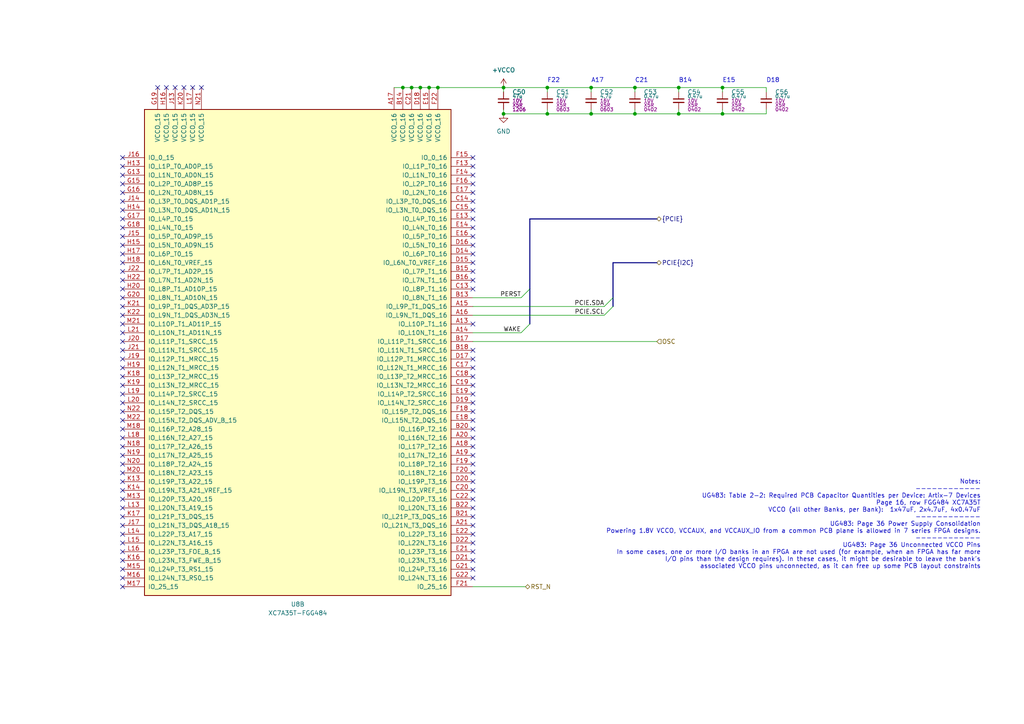
<source format=kicad_sch>
(kicad_sch (version 20230121) (generator eeschema)
  (paper "A4")
  (title_block (title "PCIeDMA") (date "2023-02-14") (rev "1"))
  (lib_symbols
    (symbol "Device:C_Small" (pin_numbers hide) (pin_names (offset 0.254) hide)
      (property "Reference" "C" (at 0.254 1.778 0))
      (property "Value" "C_Small" (at 0.254 -2.032 0))
      (symbol "C_Small_0_1"
        (polyline (pts (xy -1.524 -0.508) (xy 1.524 -0.508)) (stroke (width 0.3302)))
        (polyline (pts (xy -1.524 0.508) (xy 1.524 0.508)) (stroke (width 0.3048)))
      )
      (symbol "C_Small_1_1"
        (pin passive line (at 0 2.54 270) (length 2.032) (name "~") (number "1"))
        (pin passive line (at 0 -2.54 90) (length 2.032) (name "~") (number "2"))
      )
    )
    (symbol "FPGA_Xilinx_Artix7:XC7A35T-FGG484" (pin_names (offset 1.016))
      (property "Reference" "U" (at 0 1.27 0))
      (property "Value" "XC7A35T-FGG484" (at 0 -1.27 0))
      (symbol "XC7A35T-FGG484_1_1"
        (rectangle (start -44.45 67.31) (end 44.45 -73.66) (stroke (width 0.254)) (fill (type background)))
        (pin power_in line (at -40.64 73.66 270) (length 6.35) (name "VCCO_13") (number "AA17"))
        (pin bidirectional line (at 50.8 -30.48 180) (length 6.35) (name "IO_L17P_T2_A14_D30_14") (number "AA18"))
        (pin bidirectional line (at 50.8 -20.32 180) (length 6.35) (name "IO_L15P_T2_DQS_RDWR_B_14") (number "AA19"))
        (pin bidirectional line (at 50.8 15.24 180) (length 6.35) (name "IO_L8P_T1_D11_14") (number "AA20"))
        (pin bidirectional line (at 50.8 12.7 180) (length 6.35) (name "IO_L8N_T1_D12_14") (number "AA21"))
        (pin power_in line (at -38.1 73.66 270) (length 6.35) (name "VCCO_13") (number "AB14"))
        (pin bidirectional line (at 50.8 -33.02 180) (length 6.35) (name "IO_L17N_T2_A13_D29_14") (number "AB18"))
        (pin bidirectional line (at 50.8 -22.86 180) (length 6.35) (name "IO_L15N_T2_DQS_DOUT_CSO_B_14") (number "AB20"))
        (pin bidirectional line (at 50.8 5.08 180) (length 6.35) (name "IO_L10P_T1_D14_14") (number "AB21"))
        (pin bidirectional line (at 50.8 2.54 180) (length 6.35) (name "IO_L10N_T1_D15_14") (number "AB22"))
        (pin power_in line (at 27.94 73.66 270) (length 6.35) (name "VCCO_14") (number "M14"))
        (pin bidirectional line (at 50.8 -60.96 180) (length 6.35) (name "IO_L23P_T3_A03_D19_14") (number "N13"))
        (pin bidirectional line (at 50.8 -63.5 180) (length 6.35) (name "IO_L23N_T3_A02_D18_14") (number "N14"))
        (pin bidirectional line (at 50.8 -71.12 180) (length 6.35) (name "IO_25_14") (number "N15"))
        (pin bidirectional line (at 50.8 -50.8 180) (length 6.35) (name "IO_L21P_T3_DQS_14") (number "N17"))
        (pin bidirectional line (at 50.8 -40.64 180) (length 6.35) (name "IO_L19P_T3_A10_D26_14") (number "P14"))
        (pin bidirectional line (at 50.8 -55.88 180) (length 6.35) (name "IO_L22P_T3_A05_D21_14") (number "P15"))
        (pin bidirectional line (at 50.8 -66.04 180) (length 6.35) (name "IO_L24P_T3_A01_D17_14") (number "P16"))
        (pin bidirectional line (at 50.8 -53.34 180) (length 6.35) (name "IO_L21N_T3_DQS_A06_D22_14") (number "P17"))
        (pin power_in line (at 30.48 73.66 270) (length 6.35) (name "VCCO_14") (number "P18"))
        (pin bidirectional line (at 50.8 30.48 180) (length 6.35) (name "IO_L5P_T0_D06_14") (number "P19"))
        (pin bidirectional line (at 50.8 53.34 180) (length 6.35) (name "IO_0_14") (number "P20"))
        (pin bidirectional line (at 50.8 45.72 180) (length 6.35) (name "IO_L2P_T0_D02_14") (number "P21"))
        (pin bidirectional line (at 50.8 50.8 180) (length 6.35) (name "IO_L1P_T0_D00_MOSI_14") (number "P22"))
        (pin bidirectional line (at 50.8 -43.18 180) (length 6.35) (name "IO_L19N_T3_A09_D25_VREF_14") (number "R14"))
        (pin power_in line (at 33.02 73.66 270) (length 6.35) (name "VCCO_14") (number "R15"))
        (pin bidirectional line (at 50.8 -58.42 180) (length 6.35) (name "IO_L22N_T3_A04_D20_14") (number "R16"))
        (pin bidirectional line (at 50.8 -68.58 180) (length 6.35) (name "IO_L24N_T3_A00_D16_14") (number "R17"))
        (pin bidirectional line (at 50.8 -45.72 180) (length 6.35) (name "IO_L20P_T3_A08_D24_14") (number "R18"))
        (pin bidirectional line (at 50.8 27.94 180) (length 6.35) (name "IO_L5N_T0_D07_14") (number "R19"))
        (pin bidirectional line (at 50.8 43.18 180) (length 6.35) (name "IO_L2N_T0_D03_14") (number "R21"))
        (pin bidirectional line (at 50.8 48.26 180) (length 6.35) (name "IO_L1N_T0_D01_DIN_14") (number "R22"))
        (pin bidirectional line (at 50.8 -48.26 180) (length 6.35) (name "IO_L20N_T3_A07_D23_14") (number "T18"))
        (pin bidirectional line (at 50.8 25.4 180) (length 6.35) (name "IO_L6P_T0_FCS_B_14") (number "T19"))
        (pin bidirectional line (at 50.8 22.86 180) (length 6.35) (name "IO_L6N_T0_D08_VREF_14") (number "T20"))
        (pin bidirectional line (at 50.8 35.56 180) (length 6.35) (name "IO_L4P_T0_D04_14") (number "T21"))
        (pin power_in line (at 35.56 73.66 270) (length 6.35) (name "VCCO_14") (number "T22"))
        (pin bidirectional line (at 50.8 -35.56 180) (length 6.35) (name "IO_L18P_T2_A12_D28_14") (number "U17"))
        (pin bidirectional line (at 50.8 -38.1 180) (length 6.35) (name "IO_L18N_T2_A11_D27_14") (number "U18"))
        (pin power_in line (at 38.1 73.66 270) (length 6.35) (name "VCCO_14") (number "U19"))
        (pin bidirectional line (at 50.8 0 180) (length 6.35) (name "IO_L11P_T1_SRCC_14") (number "U20"))
        (pin bidirectional line (at 50.8 33.02 180) (length 6.35) (name "IO_L4N_T0_D05_14") (number "U21"))
        (pin bidirectional line (at 50.8 40.64 180) (length 6.35) (name "IO_L3P_T0_DQS_PUDC_B_14") (number "U22"))
        (pin power_in line (at -35.56 73.66 270) (length 6.35) (name "VCCO_13") (number "V16"))
        (pin bidirectional line (at 50.8 -25.4 180) (length 6.35) (name "IO_L16P_T2_CSI_B_14") (number "V17"))
        (pin bidirectional line (at 50.8 -15.24 180) (length 6.35) (name "IO_L14P_T2_SRCC_14") (number "V18"))
        (pin bidirectional line (at 50.8 -17.78 180) (length 6.35) (name "IO_L14N_T2_SRCC_14") (number "V19"))
        (pin bidirectional line (at 50.8 -2.54 180) (length 6.35) (name "IO_L11N_T1_SRCC_14") (number "V20"))
        (pin bidirectional line (at 50.8 38.1 180) (length 6.35) (name "IO_L3N_T0_DQS_EMCCLK_14") (number "V22"))
        (pin power_in line (at -33.02 73.66 270) (length 6.35) (name "VCCO_13") (number "W13"))
        (pin bidirectional line (at 50.8 -27.94 180) (length 6.35) (name "IO_L16N_T2_A15_D31_14") (number "W17"))
        (pin bidirectional line (at 50.8 -5.08 180) (length 6.35) (name "IO_L12P_T1_MRCC_14") (number "W19"))
        (pin bidirectional line (at 50.8 -7.62 180) (length 6.35) (name "IO_L12N_T1_MRCC_14") (number "W20"))
        (pin bidirectional line (at 50.8 20.32 180) (length 6.35) (name "IO_L7P_T1_D09_14") (number "W21"))
        (pin bidirectional line (at 50.8 17.78 180) (length 6.35) (name "IO_L7N_T1_D10_14") (number "W22"))
        (pin power_in line (at -30.48 73.66 270) (length 6.35) (name "VCCO_13") (number "Y10"))
        (pin bidirectional line (at 50.8 -10.16 180) (length 6.35) (name "IO_L13P_T2_MRCC_14") (number "Y18"))
        (pin bidirectional line (at 50.8 -12.7 180) (length 6.35) (name "IO_L13N_T2_MRCC_14") (number "Y19"))
        (pin power_in line (at 40.64 73.66 270) (length 6.35) (name "VCCO_14") (number "Y20"))
        (pin bidirectional line (at 50.8 10.16 180) (length 6.35) (name "IO_L9P_T1_DQS_14") (number "Y21"))
        (pin bidirectional line (at 50.8 7.62 180) (length 6.35) (name "IO_L9N_T1_DQS_D13_14") (number "Y22"))
      )
      (symbol "XC7A35T-FGG484_2_1"
        (rectangle (start -44.45 67.31) (end 44.45 -73.66) (stroke (width 0.254)) (fill (type background)))
        (pin bidirectional line (at 50.8 5.08 180) (length 6.35) (name "IO_L10P_T1_16") (number "A13"))
        (pin bidirectional line (at 50.8 2.54 180) (length 6.35) (name "IO_L10N_T1_16") (number "A14"))
        (pin bidirectional line (at 50.8 10.16 180) (length 6.35) (name "IO_L9P_T1_DQS_16") (number "A15"))
        (pin bidirectional line (at 50.8 7.62 180) (length 6.35) (name "IO_L9N_T1_DQS_16") (number "A16"))
        (pin power_in line (at 27.94 73.66 270) (length 6.35) (name "VCCO_16") (number "A17"))
        (pin bidirectional line (at 50.8 -30.48 180) (length 6.35) (name "IO_L17P_T2_16") (number "A18"))
        (pin bidirectional line (at 50.8 -33.02 180) (length 6.35) (name "IO_L17N_T2_16") (number "A19"))
        (pin bidirectional line (at 50.8 -27.94 180) (length 6.35) (name "IO_L16N_T2_16") (number "A20"))
        (pin bidirectional line (at 50.8 -53.34 180) (length 6.35) (name "IO_L21N_T3_DQS_16") (number "A21"))
        (pin bidirectional line (at 50.8 12.7 180) (length 6.35) (name "IO_L8N_T1_16") (number "B13"))
        (pin power_in line (at 30.48 73.66 270) (length 6.35) (name "VCCO_16") (number "B14"))
        (pin bidirectional line (at 50.8 20.32 180) (length 6.35) (name "IO_L7P_T1_16") (number "B15"))
        (pin bidirectional line (at 50.8 17.78 180) (length 6.35) (name "IO_L7N_T1_16") (number "B16"))
        (pin bidirectional line (at 50.8 0 180) (length 6.35) (name "IO_L11P_T1_SRCC_16") (number "B17"))
        (pin bidirectional line (at 50.8 -2.54 180) (length 6.35) (name "IO_L11N_T1_SRCC_16") (number "B18"))
        (pin bidirectional line (at 50.8 -25.4 180) (length 6.35) (name "IO_L16P_T2_16") (number "B20"))
        (pin bidirectional line (at 50.8 -50.8 180) (length 6.35) (name "IO_L21P_T3_DQS_16") (number "B21"))
        (pin bidirectional line (at 50.8 -48.26 180) (length 6.35) (name "IO_L20N_T3_16") (number "B22"))
        (pin bidirectional line (at 50.8 15.24 180) (length 6.35) (name "IO_L8P_T1_16") (number "C13"))
        (pin bidirectional line (at 50.8 40.64 180) (length 6.35) (name "IO_L3P_T0_DQS_16") (number "C14"))
        (pin bidirectional line (at 50.8 38.1 180) (length 6.35) (name "IO_L3N_T0_DQS_16") (number "C15"))
        (pin bidirectional line (at 50.8 -7.62 180) (length 6.35) (name "IO_L12N_T1_MRCC_16") (number "C17"))
        (pin bidirectional line (at 50.8 -10.16 180) (length 6.35) (name "IO_L13P_T2_MRCC_16") (number "C18"))
        (pin bidirectional line (at 50.8 -12.7 180) (length 6.35) (name "IO_L13N_T2_MRCC_16") (number "C19"))
        (pin bidirectional line (at 50.8 -43.18 180) (length 6.35) (name "IO_L19N_T3_VREF_16") (number "C20"))
        (pin power_in line (at 33.02 73.66 270) (length 6.35) (name "VCCO_16") (number "C21"))
        (pin bidirectional line (at 50.8 -45.72 180) (length 6.35) (name "IO_L20P_T3_16") (number "C22"))
        (pin bidirectional line (at 50.8 25.4 180) (length 6.35) (name "IO_L6P_T0_16") (number "D14"))
        (pin bidirectional line (at 50.8 22.86 180) (length 6.35) (name "IO_L6N_T0_VREF_16") (number "D15"))
        (pin bidirectional line (at 50.8 27.94 180) (length 6.35) (name "IO_L5N_T0_16") (number "D16"))
        (pin bidirectional line (at 50.8 -5.08 180) (length 6.35) (name "IO_L12P_T1_MRCC_16") (number "D17"))
        (pin power_in line (at 35.56 73.66 270) (length 6.35) (name "VCCO_16") (number "D18"))
        (pin bidirectional line (at 50.8 -17.78 180) (length 6.35) (name "IO_L14N_T2_SRCC_16") (number "D19"))
        (pin bidirectional line (at 50.8 -40.64 180) (length 6.35) (name "IO_L19P_T3_16") (number "D20"))
        (pin bidirectional line (at 50.8 -63.5 180) (length 6.35) (name "IO_L23N_T3_16") (number "D21"))
        (pin bidirectional line (at 50.8 -58.42 180) (length 6.35) (name "IO_L22N_T3_16") (number "D22"))
        (pin bidirectional line (at 50.8 35.56 180) (length 6.35) (name "IO_L4P_T0_16") (number "E13"))
        (pin bidirectional line (at 50.8 33.02 180) (length 6.35) (name "IO_L4N_T0_16") (number "E14"))
        (pin power_in line (at 38.1 73.66 270) (length 6.35) (name "VCCO_16") (number "E15"))
        (pin bidirectional line (at 50.8 30.48 180) (length 6.35) (name "IO_L5P_T0_16") (number "E16"))
        (pin bidirectional line (at 50.8 43.18 180) (length 6.35) (name "IO_L2N_T0_16") (number "E17"))
        (pin bidirectional line (at 50.8 -22.86 180) (length 6.35) (name "IO_L15N_T2_DQS_16") (number "E18"))
        (pin bidirectional line (at 50.8 -15.24 180) (length 6.35) (name "IO_L14P_T2_SRCC_16") (number "E19"))
        (pin bidirectional line (at 50.8 -60.96 180) (length 6.35) (name "IO_L23P_T3_16") (number "E21"))
        (pin bidirectional line (at 50.8 -55.88 180) (length 6.35) (name "IO_L22P_T3_16") (number "E22"))
        (pin bidirectional line (at 50.8 50.8 180) (length 6.35) (name "IO_L1P_T0_16") (number "F13"))
        (pin bidirectional line (at 50.8 48.26 180) (length 6.35) (name "IO_L1N_T0_16") (number "F14"))
        (pin bidirectional line (at 50.8 53.34 180) (length 6.35) (name "IO_0_16") (number "F15"))
        (pin bidirectional line (at 50.8 45.72 180) (length 6.35) (name "IO_L2P_T0_16") (number "F16"))
        (pin bidirectional line (at 50.8 -20.32 180) (length 6.35) (name "IO_L15P_T2_DQS_16") (number "F18"))
        (pin bidirectional line (at 50.8 -35.56 180) (length 6.35) (name "IO_L18P_T2_16") (number "F19"))
        (pin bidirectional line (at 50.8 -38.1 180) (length 6.35) (name "IO_L18N_T2_16") (number "F20"))
        (pin bidirectional line (at 50.8 -71.12 180) (length 6.35) (name "IO_25_16") (number "F21"))
        (pin power_in line (at 40.64 73.66 270) (length 6.35) (name "VCCO_16") (number "F22"))
        (pin bidirectional line (at -50.8 48.26 0) (length 6.35) (name "IO_L1N_T0_AD0N_15") (number "G13"))
        (pin bidirectional line (at -50.8 45.72 0) (length 6.35) (name "IO_L2P_T0_AD8P_15") (number "G15"))
        (pin bidirectional line (at -50.8 43.18 0) (length 6.35) (name "IO_L2N_T0_AD8N_15") (number "G16"))
        (pin bidirectional line (at -50.8 35.56 0) (length 6.35) (name "IO_L4P_T0_15") (number "G17"))
        (pin bidirectional line (at -50.8 33.02 0) (length 6.35) (name "IO_L4N_T0_15") (number "G18"))
        (pin power_in line (at -40.64 73.66 270) (length 6.35) (name "VCCO_15") (number "G19"))
        (pin bidirectional line (at -50.8 12.7 0) (length 6.35) (name "IO_L8N_T1_AD10N_15") (number "G20"))
        (pin bidirectional line (at 50.8 -66.04 180) (length 6.35) (name "IO_L24P_T3_16") (number "G21"))
        (pin bidirectional line (at 50.8 -68.58 180) (length 6.35) (name "IO_L24N_T3_16") (number "G22"))
        (pin bidirectional line (at -50.8 50.8 0) (length 6.35) (name "IO_L1P_T0_AD0P_15") (number "H13"))
        (pin bidirectional line (at -50.8 38.1 0) (length 6.35) (name "IO_L3N_T0_DQS_AD1N_15") (number "H14"))
        (pin bidirectional line (at -50.8 27.94 0) (length 6.35) (name "IO_L5N_T0_AD9N_15") (number "H15"))
        (pin power_in line (at -38.1 73.66 270) (length 6.35) (name "VCCO_15") (number "H16"))
        (pin bidirectional line (at -50.8 25.4 0) (length 6.35) (name "IO_L6P_T0_15") (number "H17"))
        (pin bidirectional line (at -50.8 22.86 0) (length 6.35) (name "IO_L6N_T0_VREF_15") (number "H18"))
        (pin bidirectional line (at -50.8 -7.62 0) (length 6.35) (name "IO_L12N_T1_MRCC_15") (number "H19"))
        (pin bidirectional line (at -50.8 15.24 0) (length 6.35) (name "IO_L8P_T1_AD10P_15") (number "H20"))
        (pin bidirectional line (at -50.8 17.78 0) (length 6.35) (name "IO_L7N_T1_AD2N_15") (number "H22"))
        (pin power_in line (at -35.56 73.66 270) (length 6.35) (name "VCCO_15") (number "J13"))
        (pin bidirectional line (at -50.8 40.64 0) (length 6.35) (name "IO_L3P_T0_DQS_AD1P_15") (number "J14"))
        (pin bidirectional line (at -50.8 30.48 0) (length 6.35) (name "IO_L5P_T0_AD9P_15") (number "J15"))
        (pin bidirectional line (at -50.8 53.34 0) (length 6.35) (name "IO_0_15") (number "J16"))
        (pin bidirectional line (at -50.8 -53.34 0) (length 6.35) (name "IO_L21N_T3_DQS_A18_15") (number "J17"))
        (pin bidirectional line (at -50.8 -5.08 0) (length 6.35) (name "IO_L12P_T1_MRCC_15") (number "J19"))
        (pin bidirectional line (at -50.8 0 0) (length 6.35) (name "IO_L11P_T1_SRCC_15") (number "J20"))
        (pin bidirectional line (at -50.8 -2.54 0) (length 6.35) (name "IO_L11N_T1_SRCC_15") (number "J21"))
        (pin bidirectional line (at -50.8 20.32 0) (length 6.35) (name "IO_L7P_T1_AD2P_15") (number "J22"))
        (pin bidirectional line (at -50.8 -40.64 0) (length 6.35) (name "IO_L19P_T3_A22_15") (number "K13"))
        (pin bidirectional line (at -50.8 -43.18 0) (length 6.35) (name "IO_L19N_T3_A21_VREF_15") (number "K14"))
        (pin bidirectional line (at -50.8 -63.5 0) (length 6.35) (name "IO_L23N_T3_FWE_B_15") (number "K16"))
        (pin bidirectional line (at -50.8 -50.8 0) (length 6.35) (name "IO_L21P_T3_DQS_15") (number "K17"))
        (pin bidirectional line (at -50.8 -10.16 0) (length 6.35) (name "IO_L13P_T2_MRCC_15") (number "K18"))
        (pin bidirectional line (at -50.8 -12.7 0) (length 6.35) (name "IO_L13N_T2_MRCC_15") (number "K19"))
        (pin power_in line (at -33.02 73.66 270) (length 6.35) (name "VCCO_15") (number "K20"))
        (pin bidirectional line (at -50.8 10.16 0) (length 6.35) (name "IO_L9P_T1_DQS_AD3P_15") (number "K21"))
        (pin bidirectional line (at -50.8 7.62 0) (length 6.35) (name "IO_L9N_T1_DQS_AD3N_15") (number "K22"))
        (pin bidirectional line (at -50.8 -48.26 0) (length 6.35) (name "IO_L20N_T3_A19_15") (number "L13"))
        (pin bidirectional line (at -50.8 -55.88 0) (length 6.35) (name "IO_L22P_T3_A17_15") (number "L14"))
        (pin bidirectional line (at -50.8 -58.42 0) (length 6.35) (name "IO_L22N_T3_A16_15") (number "L15"))
        (pin bidirectional line (at -50.8 -60.96 0) (length 6.35) (name "IO_L23P_T3_FOE_B_15") (number "L16"))
        (pin power_in line (at -30.48 73.66 270) (length 6.35) (name "VCCO_15") (number "L17"))
        (pin bidirectional line (at -50.8 -27.94 0) (length 6.35) (name "IO_L16N_T2_A27_15") (number "L18"))
        (pin bidirectional line (at -50.8 -15.24 0) (length 6.35) (name "IO_L14P_T2_SRCC_15") (number "L19"))
        (pin bidirectional line (at -50.8 -17.78 0) (length 6.35) (name "IO_L14N_T2_SRCC_15") (number "L20"))
        (pin bidirectional line (at -50.8 2.54 0) (length 6.35) (name "IO_L10N_T1_AD11N_15") (number "L21"))
        (pin bidirectional line (at -50.8 -45.72 0) (length 6.35) (name "IO_L20P_T3_A20_15") (number "M13"))
        (pin bidirectional line (at -50.8 -66.04 0) (length 6.35) (name "IO_L24P_T3_RS1_15") (number "M15"))
        (pin bidirectional line (at -50.8 -68.58 0) (length 6.35) (name "IO_L24N_T3_RS0_15") (number "M16"))
        (pin bidirectional line (at -50.8 -71.12 0) (length 6.35) (name "IO_25_15") (number "M17"))
        (pin bidirectional line (at -50.8 -25.4 0) (length 6.35) (name "IO_L16P_T2_A28_15") (number "M18"))
        (pin bidirectional line (at -50.8 -38.1 0) (length 6.35) (name "IO_L18N_T2_A23_15") (number "M20"))
        (pin bidirectional line (at -50.8 5.08 0) (length 6.35) (name "IO_L10P_T1_AD11P_15") (number "M21"))
        (pin bidirectional line (at -50.8 -22.86 0) (length 6.35) (name "IO_L15N_T2_DQS_ADV_B_15") (number "M22"))
        (pin bidirectional line (at -50.8 -30.48 0) (length 6.35) (name "IO_L17P_T2_A26_15") (number "N18"))
        (pin bidirectional line (at -50.8 -33.02 0) (length 6.35) (name "IO_L17N_T2_A25_15") (number "N19"))
        (pin bidirectional line (at -50.8 -35.56 0) (length 6.35) (name "IO_L18P_T2_A24_15") (number "N20"))
        (pin power_in line (at -27.94 73.66 270) (length 6.35) (name "VCCO_15") (number "N21"))
        (pin bidirectional line (at -50.8 -20.32 0) (length 6.35) (name "IO_L15P_T2_DQS_15") (number "N22"))
      )
      (symbol "XC7A35T-FGG484_3_1"
        (rectangle (start -44.45 67.31) (end 44.45 -73.66) (stroke (width 0.254)) (fill (type background)))
        (pin bidirectional line (at 50.8 48.26 180) (length 6.35) (name "IO_L1N_T0_AD4N_35") (number "A1"))
        (pin bidirectional line (at -50.8 20.32 0) (length 6.35) (name "IO_L7P_T1_34") (number "AA1"))
        (pin bidirectional line (at -50.8 7.62 0) (length 6.35) (name "IO_L9N_T1_DQS_34") (number "AA3"))
        (pin bidirectional line (at -50.8 -2.54 0) (length 6.35) (name "IO_L11N_T1_SRCC_34") (number "AA4"))
        (pin bidirectional line (at -50.8 5.08 0) (length 6.35) (name "IO_L10P_T1_34") (number "AA5"))
        (pin bidirectional line (at -50.8 -38.1 0) (length 6.35) (name "IO_L18N_T2_34") (number "AA6"))
        (pin power_in line (at -40.64 73.66 270) (length 6.35) (name "VCCO_34") (number "AA7"))
        (pin bidirectional line (at -50.8 -55.88 0) (length 6.35) (name "IO_L22P_T3_34") (number "AA8"))
        (pin bidirectional line (at -50.8 17.78 0) (length 6.35) (name "IO_L7N_T1_34") (number "AB1"))
        (pin bidirectional line (at -50.8 12.7 0) (length 6.35) (name "IO_L8N_T1_34") (number "AB2"))
        (pin bidirectional line (at -50.8 15.24 0) (length 6.35) (name "IO_L8P_T1_34") (number "AB3"))
        (pin power_in line (at -38.1 73.66 270) (length 6.35) (name "VCCO_34") (number "AB4"))
        (pin bidirectional line (at -50.8 2.54 0) (length 6.35) (name "IO_L10N_T1_34") (number "AB5"))
        (pin bidirectional line (at -50.8 -48.26 0) (length 6.35) (name "IO_L20N_T3_34") (number "AB6"))
        (pin bidirectional line (at -50.8 -45.72 0) (length 6.35) (name "IO_L20P_T3_34") (number "AB7"))
        (pin bidirectional line (at -50.8 -58.42 0) (length 6.35) (name "IO_L22N_T3_34") (number "AB8"))
        (pin bidirectional line (at 50.8 50.8 180) (length 6.35) (name "IO_L1P_T0_AD4P_35") (number "B1"))
        (pin bidirectional line (at 50.8 43.18 180) (length 6.35) (name "IO_L2N_T0_AD12N_35") (number "B2"))
        (pin power_in line (at 27.94 73.66 270) (length 6.35) (name "VCCO_35") (number "C1"))
        (pin bidirectional line (at 50.8 45.72 180) (length 6.35) (name "IO_L2P_T0_AD12P_35") (number "C2"))
        (pin bidirectional line (at 50.8 38.1 180) (length 6.35) (name "IO_L3N_T0_DQS_AD5N_35") (number "D1"))
        (pin bidirectional line (at 50.8 33.02 180) (length 6.35) (name "IO_L4N_T0_35") (number "D2"))
        (pin bidirectional line (at 50.8 40.64 180) (length 6.35) (name "IO_L3P_T0_DQS_AD5P_35") (number "E1"))
        (pin bidirectional line (at 50.8 35.56 180) (length 6.35) (name "IO_L4P_T0_35") (number "E2"))
        (pin bidirectional line (at 50.8 22.86 180) (length 6.35) (name "IO_L6N_T0_VREF_35") (number "E3"))
        (pin bidirectional line (at 50.8 27.94 180) (length 6.35) (name "IO_L5N_T0_AD13N_35") (number "F1"))
        (pin power_in line (at 30.48 73.66 270) (length 6.35) (name "VCCO_35") (number "F2"))
        (pin bidirectional line (at 50.8 25.4 180) (length 6.35) (name "IO_L6P_T0_35") (number "F3"))
        (pin bidirectional line (at 50.8 53.34 180) (length 6.35) (name "IO_0_35") (number "F4"))
        (pin bidirectional line (at 50.8 30.48 180) (length 6.35) (name "IO_L5P_T0_AD13P_35") (number "G1"))
        (pin bidirectional line (at 50.8 12.7 180) (length 6.35) (name "IO_L8N_T1_AD14N_35") (number "G2"))
        (pin bidirectional line (at 50.8 -2.54 180) (length 6.35) (name "IO_L11N_T1_SRCC_35") (number "G3"))
        (pin bidirectional line (at 50.8 -7.62 180) (length 6.35) (name "IO_L12N_T1_MRCC_35") (number "G4"))
        (pin bidirectional line (at 50.8 15.24 180) (length 6.35) (name "IO_L8P_T1_AD14P_35") (number "H2"))
        (pin bidirectional line (at 50.8 0 180) (length 6.35) (name "IO_L11P_T1_SRCC_35") (number "H3"))
        (pin bidirectional line (at 50.8 -5.08 180) (length 6.35) (name "IO_L12P_T1_MRCC_35") (number "H4"))
        (pin bidirectional line (at 50.8 2.54 180) (length 6.35) (name "IO_L10N_T1_AD15N_35") (number "H5"))
        (pin power_in line (at 33.02 73.66 270) (length 6.35) (name "VCCO_35") (number "H6"))
        (pin bidirectional line (at 50.8 17.78 180) (length 6.35) (name "IO_L7N_T1_AD6N_35") (number "J1"))
        (pin bidirectional line (at 50.8 7.62 180) (length 6.35) (name "IO_L9N_T1_DQS_AD7N_35") (number "J2"))
        (pin power_in line (at 35.56 73.66 270) (length 6.35) (name "VCCO_35") (number "J3"))
        (pin bidirectional line (at 50.8 -12.7 180) (length 6.35) (name "IO_L13N_T2_MRCC_35") (number "J4"))
        (pin bidirectional line (at 50.8 5.08 180) (length 6.35) (name "IO_L10P_T1_AD15P_35") (number "J5"))
        (pin bidirectional line (at 50.8 -33.02 180) (length 6.35) (name "IO_L17N_T2_35") (number "J6"))
        (pin bidirectional line (at 50.8 20.32 180) (length 6.35) (name "IO_L7P_T1_AD6P_35") (number "K1"))
        (pin bidirectional line (at 50.8 10.16 180) (length 6.35) (name "IO_L9P_T1_DQS_AD7P_35") (number "K2"))
        (pin bidirectional line (at 50.8 -17.78 180) (length 6.35) (name "IO_L14N_T2_SRCC_35") (number "K3"))
        (pin bidirectional line (at 50.8 -10.16 180) (length 6.35) (name "IO_L13P_T2_MRCC_35") (number "K4"))
        (pin bidirectional line (at 50.8 -30.48 180) (length 6.35) (name "IO_L17P_T2_35") (number "K6"))
        (pin bidirectional line (at 50.8 -22.86 180) (length 6.35) (name "IO_L15N_T2_DQS_35") (number "L1"))
        (pin bidirectional line (at 50.8 -15.24 180) (length 6.35) (name "IO_L14P_T2_SRCC_35") (number "L3"))
        (pin bidirectional line (at 50.8 -38.1 180) (length 6.35) (name "IO_L18N_T2_35") (number "L4"))
        (pin bidirectional line (at 50.8 -35.56 180) (length 6.35) (name "IO_L18P_T2_35") (number "L5"))
        (pin bidirectional line (at 50.8 -71.12 180) (length 6.35) (name "IO_25_35") (number "L6"))
        (pin bidirectional line (at 50.8 -20.32 180) (length 6.35) (name "IO_L15P_T2_DQS_35") (number "M1"))
        (pin bidirectional line (at 50.8 -27.94 180) (length 6.35) (name "IO_L16N_T2_35") (number "M2"))
        (pin bidirectional line (at 50.8 -25.4 180) (length 6.35) (name "IO_L16P_T2_35") (number "M3"))
        (pin power_in line (at 38.1 73.66 270) (length 6.35) (name "VCCO_35") (number "M4"))
        (pin bidirectional line (at 50.8 -63.5 180) (length 6.35) (name "IO_L23N_T3_35") (number "M5"))
        (pin bidirectional line (at 50.8 -60.96 180) (length 6.35) (name "IO_L23P_T3_35") (number "M6"))
        (pin power_in line (at 40.64 73.66 270) (length 6.35) (name "VCCO_35") (number "N1"))
        (pin bidirectional line (at 50.8 -58.42 180) (length 6.35) (name "IO_L22N_T3_35") (number "N2"))
        (pin bidirectional line (at 50.8 -43.18 180) (length 6.35) (name "IO_L19N_T3_VREF_35") (number "N3"))
        (pin bidirectional line (at 50.8 -40.64 180) (length 6.35) (name "IO_L19P_T3_35") (number "N4"))
        (pin bidirectional line (at 50.8 -68.58 180) (length 6.35) (name "IO_L24N_T3_35") (number "N5"))
        (pin bidirectional line (at 50.8 -48.26 180) (length 6.35) (name "IO_L20N_T3_35") (number "P1"))
        (pin bidirectional line (at 50.8 -55.88 180) (length 6.35) (name "IO_L22P_T3_35") (number "P2"))
        (pin bidirectional line (at 50.8 -53.34 180) (length 6.35) (name "IO_L21N_T3_DQS_35") (number "P4"))
        (pin bidirectional line (at 50.8 -50.8 180) (length 6.35) (name "IO_L21P_T3_DQS_35") (number "P5"))
        (pin bidirectional line (at 50.8 -66.04 180) (length 6.35) (name "IO_L24P_T3_35") (number "P6"))
        (pin bidirectional line (at 50.8 -45.72 180) (length 6.35) (name "IO_L20P_T3_35") (number "R1"))
        (pin bidirectional line (at -50.8 38.1 0) (length 6.35) (name "IO_L3N_T0_DQS_34") (number "R2"))
        (pin bidirectional line (at -50.8 40.64 0) (length 6.35) (name "IO_L3P_T0_DQS_34") (number "R3"))
        (pin bidirectional line (at -50.8 -10.16 0) (length 6.35) (name "IO_L13P_T2_MRCC_34") (number "R4"))
        (pin power_in line (at -35.56 73.66 270) (length 6.35) (name "VCCO_34") (number "R5"))
        (pin bidirectional line (at -50.8 -30.48 0) (length 6.35) (name "IO_L17P_T2_34") (number "R6"))
        (pin bidirectional line (at -50.8 50.8 0) (length 6.35) (name "IO_L1P_T0_34") (number "T1"))
        (pin power_in line (at -33.02 73.66 270) (length 6.35) (name "VCCO_34") (number "T2"))
        (pin bidirectional line (at -50.8 53.34 0) (length 6.35) (name "IO_0_34") (number "T3"))
        (pin bidirectional line (at -50.8 -12.7 0) (length 6.35) (name "IO_L13N_T2_MRCC_34") (number "T4"))
        (pin bidirectional line (at -50.8 -15.24 0) (length 6.35) (name "IO_L14P_T2_SRCC_34") (number "T5"))
        (pin bidirectional line (at -50.8 -33.02 0) (length 6.35) (name "IO_L17N_T2_34") (number "T6"))
        (pin bidirectional line (at -50.8 48.26 0) (length 6.35) (name "IO_L1N_T0_34") (number "U1"))
        (pin bidirectional line (at -50.8 45.72 0) (length 6.35) (name "IO_L2P_T0_34") (number "U2"))
        (pin bidirectional line (at -50.8 25.4 0) (length 6.35) (name "IO_L6P_T0_34") (number "U3"))
        (pin bidirectional line (at -50.8 -17.78 0) (length 6.35) (name "IO_L14N_T2_SRCC_34") (number "U5"))
        (pin bidirectional line (at -50.8 -25.4 0) (length 6.35) (name "IO_L16P_T2_34") (number "U6"))
        (pin bidirectional line (at -50.8 -71.12 0) (length 6.35) (name "IO_25_34") (number "U7"))
        (pin bidirectional line (at -50.8 43.18 0) (length 6.35) (name "IO_L2N_T0_34") (number "V2"))
        (pin bidirectional line (at -50.8 22.86 0) (length 6.35) (name "IO_L6N_T0_VREF_34") (number "V3"))
        (pin bidirectional line (at -50.8 -5.08 0) (length 6.35) (name "IO_L12P_T1_MRCC_34") (number "V4"))
        (pin bidirectional line (at -50.8 -27.94 0) (length 6.35) (name "IO_L16N_T2_34") (number "V5"))
        (pin power_in line (at -30.48 73.66 270) (length 6.35) (name "VCCO_34") (number "V6"))
        (pin bidirectional line (at -50.8 -40.64 0) (length 6.35) (name "IO_L19P_T3_34") (number "V7"))
        (pin bidirectional line (at -50.8 -53.34 0) (length 6.35) (name "IO_L21N_T3_DQS_34") (number "V8"))
        (pin bidirectional line (at -50.8 -50.8 0) (length 6.35) (name "IO_L21P_T3_DQS_34") (number "V9"))
        (pin bidirectional line (at -50.8 30.48 0) (length 6.35) (name "IO_L5P_T0_34") (number "W1"))
        (pin bidirectional line (at -50.8 35.56 0) (length 6.35) (name "IO_L4P_T0_34") (number "W2"))
        (pin power_in line (at -27.94 73.66 270) (length 6.35) (name "VCCO_34") (number "W3"))
        (pin bidirectional line (at -50.8 -7.62 0) (length 6.35) (name "IO_L12N_T1_MRCC_34") (number "W4"))
        (pin bidirectional line (at -50.8 -22.86 0) (length 6.35) (name "IO_L15N_T2_DQS_34") (number "W5"))
        (pin bidirectional line (at -50.8 -20.32 0) (length 6.35) (name "IO_L15P_T2_DQS_34") (number "W6"))
        (pin bidirectional line (at -50.8 -43.18 0) (length 6.35) (name "IO_L19N_T3_VREF_34") (number "W7"))
        (pin bidirectional line (at -50.8 -66.04 0) (length 6.35) (name "IO_L24P_T3_34") (number "W9"))
        (pin bidirectional line (at -50.8 27.94 0) (length 6.35) (name "IO_L5N_T0_34") (number "Y1"))
        (pin bidirectional line (at -50.8 33.02 0) (length 6.35) (name "IO_L4N_T0_34") (number "Y2"))
        (pin bidirectional line (at -50.8 10.16 0) (length 6.35) (name "IO_L9P_T1_DQS_34") (number "Y3"))
        (pin bidirectional line (at -50.8 0 0) (length 6.35) (name "IO_L11P_T1_SRCC_34") (number "Y4"))
        (pin bidirectional line (at -50.8 -35.56 0) (length 6.35) (name "IO_L18P_T2_34") (number "Y6"))
        (pin bidirectional line (at -50.8 -63.5 0) (length 6.35) (name "IO_L23N_T3_34") (number "Y7"))
        (pin bidirectional line (at -50.8 -60.96 0) (length 6.35) (name "IO_L23P_T3_34") (number "Y8"))
        (pin bidirectional line (at -50.8 -68.58 0) (length 6.35) (name "IO_L24N_T3_34") (number "Y9"))
      )
      (symbol "XC7A35T-FGG484_4_1"
        (rectangle (start -31.75 30.48) (end 31.75 -30.48) (stroke (width 0.254)) (fill (type background)))
        (pin bidirectional line (at -38.1 -7.62 0) (length 6.35) (name "MGTPRXN2_216") (number "A10"))
        (pin bidirectional line (at -38.1 25.4 0) (length 6.35) (name "MGTPTXN0_216") (number "A4"))
        (pin bidirectional line (at -38.1 15.24 0) (length 6.35) (name "MGTPTXN2_216") (number "A6"))
        (pin bidirectional line (at -38.1 2.54 0) (length 6.35) (name "MGTPRXN0_216") (number "A8"))
        (pin bidirectional line (at -38.1 -5.08 0) (length 6.35) (name "MGTPRXP2_216") (number "B10"))
        (pin bidirectional line (at -38.1 27.94 0) (length 6.35) (name "MGTPTXP0_216") (number "B4"))
        (pin bidirectional line (at -38.1 17.78 0) (length 6.35) (name "MGTPTXP2_216") (number "B6"))
        (pin bidirectional line (at -38.1 5.08 0) (length 6.35) (name "MGTPRXP0_216") (number "B8"))
        (pin bidirectional line (at -38.1 -2.54 0) (length 6.35) (name "MGTPRXN1_216") (number "C11"))
        (pin bidirectional line (at -38.1 20.32 0) (length 6.35) (name "MGTPTXN1_216") (number "C5"))
        (pin bidirectional line (at -38.1 10.16 0) (length 6.35) (name "MGTPTXN3_216") (number "C7"))
        (pin bidirectional line (at -38.1 -12.7 0) (length 6.35) (name "MGTPRXN3_216") (number "C9"))
        (pin bidirectional line (at -38.1 0 0) (length 6.35) (name "MGTPRXP1_216") (number "D11"))
        (pin bidirectional line (at -38.1 22.86 0) (length 6.35) (name "MGTPTXP1_216") (number "D5"))
        (pin bidirectional line (at -38.1 12.7 0) (length 6.35) (name "MGTPTXP3_216") (number "D7"))
        (pin bidirectional line (at -38.1 -10.16 0) (length 6.35) (name "MGTPRXP3_216") (number "D9"))
        (pin bidirectional line (at -38.1 -25.4 0) (length 6.35) (name "MGTREFCLK1N_216") (number "E10"))
        (pin bidirectional line (at -38.1 -20.32 0) (length 6.35) (name "MGTREFCLK0N_216") (number "E6"))
        (pin bidirectional line (at -38.1 -22.86 0) (length 6.35) (name "MGTREFCLK1P_216") (number "F10"))
        (pin bidirectional line (at -38.1 -17.78 0) (length 6.35) (name "MGTREFCLK0P_216") (number "F6"))
      )
      (symbol "XC7A35T-FGG484_5_1"
        (rectangle (start -31.75 12.7) (end 31.75 -12.7) (stroke (width 0.254)) (fill (type background)))
        (pin power_in line (at 38.1 2.54 180) (length 6.35) (name "MGTAVTT") (number "B11"))
        (pin power_in line (at 38.1 10.16 180) (length 6.35) (name "MGTAVTT") (number "B5"))
        (pin power_in line (at 38.1 7.62 180) (length 6.35) (name "MGTAVTT") (number "B7"))
        (pin power_in line (at 38.1 5.08 180) (length 6.35) (name "MGTAVTT") (number "B9"))
        (pin power_in line (at 38.1 0 180) (length 6.35) (name "MGTAVTT") (number "C4"))
        (pin power_in line (at 38.1 -2.54 180) (length 6.35) (name "MGTAVTT") (number "C8"))
        (pin power_in line (at -38.1 7.62 0) (length 6.35) (name "MGTAVCC") (number "D10"))
        (pin power_in line (at -38.1 10.16 0) (length 6.35) (name "MGTAVCC") (number "D6"))
        (pin power_in line (at -38.1 0 0) (length 6.35) (name "MGTAVCC") (number "E8"))
        (pin power_in line (at -38.1 5.08 0) (length 6.35) (name "MGTAVCC") (number "F7"))
        (pin power_in line (at 38.1 -7.62 180) (length 6.35) (name "MGTRREF_216") (number "F8"))
        (pin power_in line (at -38.1 2.54 0) (length 6.35) (name "MGTAVCC") (number "F9"))
      )
      (symbol "XC7A35T-FGG484_6_1"
        (rectangle (start -31.75 34.29) (end 31.75 -40.64) (stroke (width 0.254)) (fill (type background)))
        (pin power_in line (at 25.4 40.64 270) (length 6.35) (name "VCCO_0") (number "F12"))
        (pin bidirectional line (at 38.1 -5.08 180) (length 6.35) (name "DONE_0") (number "G11"))
        (pin bidirectional line (at 38.1 -20.32 180) (length 6.35) (name "VP_0") (number "L10"))
        (pin bidirectional line (at 38.1 7.62 180) (length 6.35) (name "CCLK_0") (number "L12"))
        (pin bidirectional line (at 38.1 -30.48 180) (length 6.35) (name "VREFN_0") (number "L9"))
        (pin bidirectional line (at 38.1 -27.94 180) (length 6.35) (name "VREFP_0") (number "M10"))
        (pin bidirectional line (at 38.1 -22.86 180) (length 6.35) (name "VN_0") (number "M9"))
        (pin bidirectional line (at 38.1 -35.56 180) (length 6.35) (name "DXP_0") (number "N10"))
        (pin bidirectional line (at 38.1 -10.16 180) (length 6.35) (name "PROGRAM_B_0") (number "N12"))
        (pin bidirectional line (at 38.1 -38.1 180) (length 6.35) (name "DXN_0") (number "N9"))
        (pin bidirectional line (at 38.1 20.32 180) (length 6.35) (name "TDI_0") (number "R13"))
        (pin power_in line (at 27.94 40.64 270) (length 6.35) (name "VCCO_0") (number "T12"))
        (pin bidirectional line (at 38.1 15.24 180) (length 6.35) (name "TMS_0") (number "T13"))
        (pin bidirectional line (at 38.1 2.54 180) (length 6.35) (name "M1_0") (number "U10"))
        (pin bidirectional line (at 38.1 5.08 180) (length 6.35) (name "M0_0") (number "U11"))
        (pin bidirectional line (at 38.1 -7.62 180) (length 6.35) (name "INIT_B_0") (number "U12"))
        (pin bidirectional line (at 38.1 17.78 180) (length 6.35) (name "TDO_0") (number "U13"))
        (pin bidirectional line (at 38.1 -15.24 180) (length 6.35) (name "CFGBVS_0") (number "U8"))
        (pin bidirectional line (at 38.1 0 180) (length 6.35) (name "M2_0") (number "U9"))
        (pin bidirectional line (at 38.1 12.7 180) (length 6.35) (name "TCK_0") (number "V12"))
      )
      (symbol "XC7A35T-FGG484_7_1"
        (rectangle (start -19.05 76.2) (end 19.05 -76.2) (stroke (width 0.254)) (fill (type background)))
        (pin power_in line (at -25.4 22.86 0) (length 6.35) (name "GND") (number "A11"))
        (pin power_in line (at -25.4 20.32 0) (length 6.35) (name "GND") (number "A12"))
        (pin power_in line (at -25.4 35.56 0) (length 6.35) (name "GND") (number "A2"))
        (pin power_in line (at -25.4 17.78 0) (length 6.35) (name "GND") (number "A22"))
        (pin power_in line (at -25.4 33.02 0) (length 6.35) (name "GND") (number "A3"))
        (pin power_in line (at -25.4 30.48 0) (length 6.35) (name "GND") (number "A5"))
        (pin power_in line (at -25.4 27.94 0) (length 6.35) (name "GND") (number "A7"))
        (pin power_in line (at -25.4 25.4 0) (length 6.35) (name "GND") (number "A9"))
        (pin power_in line (at 25.4 -66.04 180) (length 6.35) (name "GND") (number "AA12"))
        (pin power_in line (at 25.4 -63.5 180) (length 6.35) (name "GND") (number "AA2"))
        (pin power_in line (at 25.4 -68.58 180) (length 6.35) (name "GND") (number "AA22"))
        (pin power_in line (at 25.4 -73.66 180) (length 6.35) (name "GND") (number "AB19"))
        (pin power_in line (at 25.4 -71.12 180) (length 6.35) (name "GND") (number "AB9"))
        (pin power_in line (at -25.4 12.7 0) (length 6.35) (name "GND") (number "B12"))
        (pin power_in line (at -25.4 10.16 0) (length 6.35) (name "GND") (number "B19"))
        (pin power_in line (at -25.4 15.24 0) (length 6.35) (name "GND") (number "B3"))
        (pin power_in line (at -25.4 2.54 0) (length 6.35) (name "GND") (number "C10"))
        (pin power_in line (at -25.4 0 0) (length 6.35) (name "GND") (number "C12"))
        (pin power_in line (at -25.4 -2.54 0) (length 6.35) (name "GND") (number "C16"))
        (pin power_in line (at -25.4 7.62 0) (length 6.35) (name "GND") (number "C3"))
        (pin power_in line (at -25.4 5.08 0) (length 6.35) (name "GND") (number "C6"))
        (pin power_in line (at -25.4 -12.7 0) (length 6.35) (name "GND") (number "D12"))
        (pin power_in line (at -25.4 -15.24 0) (length 6.35) (name "GND") (number "D13"))
        (pin power_in line (at -25.4 -5.08 0) (length 6.35) (name "GND") (number "D3"))
        (pin power_in line (at -25.4 -7.62 0) (length 6.35) (name "GND") (number "D4"))
        (pin power_in line (at -25.4 -10.16 0) (length 6.35) (name "GND") (number "D8"))
        (pin power_in line (at -25.4 -27.94 0) (length 6.35) (name "GND") (number "E11"))
        (pin power_in line (at -25.4 53.34 0) (length 6.35) (name "VCCBATT_0") (number "E12"))
        (pin power_in line (at -25.4 -30.48 0) (length 6.35) (name "GND") (number "E20"))
        (pin power_in line (at -25.4 -17.78 0) (length 6.35) (name "GND") (number "E4"))
        (pin power_in line (at -25.4 -20.32 0) (length 6.35) (name "GND") (number "E5"))
        (pin power_in line (at -25.4 -22.86 0) (length 6.35) (name "GND") (number "E7"))
        (pin power_in line (at -25.4 -25.4 0) (length 6.35) (name "GND") (number "E9"))
        (pin power_in line (at -25.4 -35.56 0) (length 6.35) (name "GND") (number "F11"))
        (pin power_in line (at -25.4 -38.1 0) (length 6.35) (name "GND") (number "F17"))
        (pin power_in line (at -25.4 -33.02 0) (length 6.35) (name "GND") (number "F5"))
        (pin power_in line (at -25.4 -53.34 0) (length 6.35) (name "GND") (number "G10"))
        (pin power_in line (at -25.4 -55.88 0) (length 6.35) (name "GND") (number "G12"))
        (pin power_in line (at -25.4 -58.42 0) (length 6.35) (name "GND") (number "G14"))
        (pin power_in line (at -25.4 -40.64 0) (length 6.35) (name "GND") (number "G5"))
        (pin power_in line (at -25.4 -43.18 0) (length 6.35) (name "GND") (number "G6"))
        (pin power_in line (at -25.4 -45.72 0) (length 6.35) (name "GND") (number "G7"))
        (pin power_in line (at -25.4 -48.26 0) (length 6.35) (name "GND") (number "G8"))
        (pin power_in line (at -25.4 -50.8 0) (length 6.35) (name "GND") (number "G9"))
        (pin power_in line (at -25.4 -60.96 0) (length 6.35) (name "GND") (number "H1"))
        (pin power_in line (at 25.4 71.12 180) (length 6.35) (name "VCCINT") (number "H10"))
        (pin power_in line (at -25.4 -68.58 0) (length 6.35) (name "GND") (number "H11"))
        (pin power_in line (at -25.4 73.66 0) (length 6.35) (name "VCCAUX") (number "H12"))
        (pin power_in line (at -25.4 -71.12 0) (length 6.35) (name "GND") (number "H21"))
        (pin power_in line (at -25.4 -63.5 0) (length 6.35) (name "GND") (number "H7"))
        (pin power_in line (at 25.4 73.66 180) (length 6.35) (name "VCCINT") (number "H8"))
        (pin power_in line (at -25.4 -66.04 0) (length 6.35) (name "GND") (number "H9"))
        (pin power_in line (at 25.4 33.02 180) (length 6.35) (name "GND") (number "J10"))
        (pin power_in line (at -25.4 50.8 0) (length 6.35) (name "VCCBRAM") (number "J11"))
        (pin power_in line (at 25.4 30.48 180) (length 6.35) (name "GND") (number "J12"))
        (pin power_in line (at 25.4 27.94 180) (length 6.35) (name "GND") (number "J18"))
        (pin power_in line (at 25.4 68.58 180) (length 6.35) (name "VCCINT") (number "J7"))
        (pin power_in line (at -25.4 -73.66 0) (length 6.35) (name "GND") (number "J8"))
        (pin power_in line (at 25.4 66.04 180) (length 6.35) (name "VCCINT") (number "J9"))
        (pin power_in line (at -25.4 55.88 0) (length 6.35) (name "VCCADC_0") (number "K10"))
        (pin power_in line (at 25.4 20.32 180) (length 6.35) (name "GND") (number "K11"))
        (pin power_in line (at -25.4 71.12 0) (length 6.35) (name "VCCAUX") (number "K12"))
        (pin power_in line (at 25.4 17.78 180) (length 6.35) (name "GND") (number "K15"))
        (pin power_in line (at 25.4 25.4 180) (length 6.35) (name "GND") (number "K5"))
        (pin power_in line (at 25.4 22.86 180) (length 6.35) (name "GND") (number "K7"))
        (pin power_in line (at 25.4 63.5 180) (length 6.35) (name "VCCINT") (number "K8"))
        (pin power_in line (at -25.4 58.42 0) (length 6.35) (name "GNDADC_0") (number "K9"))
        (pin power_in line (at -25.4 48.26 0) (length 6.35) (name "VCCBRAM") (number "L11"))
        (pin power_in line (at 25.4 15.24 180) (length 6.35) (name "GND") (number "L2"))
        (pin power_in line (at 25.4 10.16 180) (length 6.35) (name "GND") (number "L22"))
        (pin power_in line (at 25.4 60.96 180) (length 6.35) (name "VCCINT") (number "L7"))
        (pin power_in line (at 25.4 12.7 180) (length 6.35) (name "GND") (number "L8"))
        (pin power_in line (at 25.4 5.08 180) (length 6.35) (name "GND") (number "M11"))
        (pin power_in line (at -25.4 68.58 0) (length 6.35) (name "VCCAUX") (number "M12"))
        (pin power_in line (at 25.4 2.54 180) (length 6.35) (name "GND") (number "M19"))
        (pin power_in line (at 25.4 7.62 180) (length 6.35) (name "GND") (number "M7"))
        (pin power_in line (at 25.4 58.42 180) (length 6.35) (name "VCCINT") (number "M8"))
        (pin power_in line (at -25.4 45.72 0) (length 6.35) (name "VCCBRAM") (number "N11"))
        (pin power_in line (at 25.4 -5.08 180) (length 6.35) (name "GND") (number "N16"))
        (pin power_in line (at 25.4 0 180) (length 6.35) (name "GND") (number "N6"))
        (pin power_in line (at 25.4 55.88 180) (length 6.35) (name "VCCINT") (number "N7"))
        (pin power_in line (at 25.4 -2.54 180) (length 6.35) (name "GND") (number "N8"))
        (pin power_in line (at 25.4 50.8 180) (length 6.35) (name "VCCINT") (number "P10"))
        (pin power_in line (at 25.4 -15.24 180) (length 6.35) (name "GND") (number "P11"))
        (pin power_in line (at -25.4 66.04 0) (length 6.35) (name "VCCAUX") (number "P12"))
        (pin power_in line (at 25.4 -17.78 180) (length 6.35) (name "GND") (number "P13"))
        (pin power_in line (at 25.4 -7.62 180) (length 6.35) (name "GND") (number "P3"))
        (pin power_in line (at 25.4 -10.16 180) (length 6.35) (name "GND") (number "P7"))
        (pin power_in line (at 25.4 53.34 180) (length 6.35) (name "VCCINT") (number "P8"))
        (pin power_in line (at 25.4 -12.7 180) (length 6.35) (name "GND") (number "P9"))
        (pin power_in line (at 25.4 -22.86 180) (length 6.35) (name "GND") (number "R10"))
        (pin power_in line (at -25.4 63.5 0) (length 6.35) (name "VCCAUX") (number "R11"))
        (pin power_in line (at 25.4 -25.4 180) (length 6.35) (name "GND") (number "R12"))
        (pin power_in line (at 25.4 -27.94 180) (length 6.35) (name "GND") (number "R20"))
        (pin power_in line (at 25.4 48.26 180) (length 6.35) (name "VCCINT") (number "R7"))
        (pin power_in line (at 25.4 -20.32 180) (length 6.35) (name "GND") (number "R8"))
        (pin power_in line (at 25.4 45.72 180) (length 6.35) (name "VCCINT") (number "R9"))
        (pin power_in line (at 25.4 40.64 180) (length 6.35) (name "VCCINT") (number "T10"))
        (pin power_in line (at 25.4 -35.56 180) (length 6.35) (name "GND") (number "T11"))
        (pin power_in line (at 25.4 -38.1 180) (length 6.35) (name "GND") (number "T17"))
        (pin power_in line (at 25.4 -30.48 180) (length 6.35) (name "GND") (number "T7"))
        (pin power_in line (at 25.4 43.18 180) (length 6.35) (name "VCCINT") (number "T8"))
        (pin power_in line (at 25.4 -33.02 180) (length 6.35) (name "GND") (number "T9"))
        (pin power_in line (at 25.4 -43.18 180) (length 6.35) (name "GND") (number "U14"))
        (pin power_in line (at 25.4 -40.64 180) (length 6.35) (name "GND") (number "U4"))
        (pin power_in line (at 25.4 -45.72 180) (length 6.35) (name "GND") (number "V1"))
        (pin power_in line (at 25.4 -48.26 180) (length 6.35) (name "GND") (number "V11"))
        (pin power_in line (at 25.4 -50.8 180) (length 6.35) (name "GND") (number "V21"))
        (pin power_in line (at 25.4 -55.88 180) (length 6.35) (name "GND") (number "W18"))
        (pin power_in line (at 25.4 -53.34 180) (length 6.35) (name "GND") (number "W8"))
        (pin power_in line (at 25.4 -60.96 180) (length 6.35) (name "GND") (number "Y15"))
        (pin power_in line (at 25.4 -58.42 180) (length 6.35) (name "GND") (number "Y5"))
      )
    )
    (symbol "PCIeDMA:+VCCO" (power) (pin_names (offset 0))
      (property "Value" "+VCCO" (at 0 3.556 0))
      (symbol "+VCCO_0_1"
        (polyline (pts (xy -0.762 1.27) (xy 0 2.54)))
        (polyline (pts (xy 0 0) (xy 0 2.54)))
        (polyline (pts (xy 0 2.54) (xy 0.762 1.27)))
      )
      (symbol "+VCCO_1_1"
        (pin power_in line (at 0 0 90) (length 0) hide (name "+VCCO") (number "1"))
      )
    )
    (symbol "power:GND" (power) (pin_names (offset 0))
      (property "Value" "GND" (at 0 -3.81 0))
      (symbol "GND_0_1"
        (polyline (pts (xy 0 0) (xy 0 -1.27) (xy 1.27 -1.27) (xy 0 -2.54) (xy -1.27 -1.27) (xy 0 -1.27)))
      )
      (symbol "GND_1_1"
        (pin power_in line (at 0 0 270) (length 0) hide (name "GND") (number "1"))
      )
    )
  )
  (junction (at 146.05 25.4))
  (junction (at 158.75 25.4))
  (junction (at 196.85 33.02))
  (junction (at 209.55 33.02))
  (junction (at 127 25.4))
  (junction (at 209.55 25.4))
  (junction (at 171.45 25.4))
  (junction (at 184.15 33.02))
  (junction (at 146.05 33.02))
  (junction (at 124.46 25.4))
  (junction (at 119.38 25.4))
  (junction (at 171.45 33.02))
  (junction (at 158.75 33.02))
  (junction (at 184.15 25.4))
  (junction (at 196.85 25.4))
  (junction (at 116.84 25.4))
  (junction (at 121.92 25.4))
  (no_connect (at 35.56 149.86))
  (no_connect (at 35.56 129.54))
  (no_connect (at 137.16 114.3))
  (no_connect (at 35.56 142.24))
  (no_connect (at 35.56 81.28))
  (no_connect (at 137.16 165.1))
  (no_connect (at 137.16 127))
  (no_connect (at 137.16 144.78))
  (no_connect (at 35.56 139.7))
  (no_connect (at 137.16 63.5))
  (no_connect (at 137.16 167.64))
  (no_connect (at 35.56 147.32))
  (no_connect (at 137.16 53.34))
  (no_connect (at 35.56 63.5))
  (no_connect (at 137.16 121.92))
  (no_connect (at 35.56 48.26))
  (no_connect (at 137.16 137.16))
  (no_connect (at 137.16 157.48))
  (no_connect (at 137.16 147.32))
  (no_connect (at 137.16 139.7))
  (no_connect (at 137.16 132.08))
  (no_connect (at 35.56 76.2))
  (no_connect (at 35.56 132.08))
  (no_connect (at 35.56 99.06))
  (no_connect (at 137.16 81.28))
  (no_connect (at 35.56 160.02))
  (no_connect (at 137.16 93.98))
  (no_connect (at 137.16 154.94))
  (no_connect (at 137.16 50.8))
  (no_connect (at 35.56 104.14))
  (no_connect (at 137.16 60.96))
  (no_connect (at 35.56 134.62))
  (no_connect (at 35.56 86.36))
  (no_connect (at 35.56 96.52))
  (no_connect (at 137.16 68.58))
  (no_connect (at 55.88 25.4))
  (no_connect (at 137.16 48.26))
  (no_connect (at 137.16 106.68))
  (no_connect (at 58.42 25.4))
  (no_connect (at 35.56 144.78))
  (no_connect (at 35.56 88.9))
  (no_connect (at 35.56 68.58))
  (no_connect (at 35.56 109.22))
  (no_connect (at 45.72 25.4))
  (no_connect (at 35.56 114.3))
  (no_connect (at 35.56 162.56))
  (no_connect (at 35.56 165.1))
  (no_connect (at 35.56 106.68))
  (no_connect (at 35.56 60.96))
  (no_connect (at 137.16 116.84))
  (no_connect (at 35.56 157.48))
  (no_connect (at 35.56 119.38))
  (no_connect (at 137.16 152.4))
  (no_connect (at 137.16 124.46))
  (no_connect (at 137.16 45.72))
  (no_connect (at 35.56 45.72))
  (no_connect (at 137.16 73.66))
  (no_connect (at 137.16 160.02))
  (no_connect (at 137.16 134.62))
  (no_connect (at 137.16 76.2))
  (no_connect (at 137.16 71.12))
  (no_connect (at 35.56 55.88))
  (no_connect (at 137.16 119.38))
  (no_connect (at 137.16 162.56))
  (no_connect (at 35.56 152.4))
  (no_connect (at 35.56 50.8))
  (no_connect (at 35.56 66.04))
  (no_connect (at 35.56 124.46))
  (no_connect (at 35.56 73.66))
  (no_connect (at 35.56 170.18))
  (no_connect (at 137.16 55.88))
  (no_connect (at 137.16 83.82))
  (no_connect (at 137.16 58.42))
  (no_connect (at 137.16 129.54))
  (no_connect (at 35.56 127))
  (no_connect (at 35.56 93.98))
  (no_connect (at 137.16 78.74))
  (no_connect (at 35.56 101.6))
  (no_connect (at 137.16 142.24))
  (no_connect (at 35.56 71.12))
  (no_connect (at 137.16 66.04))
  (no_connect (at 35.56 83.82))
  (no_connect (at 35.56 58.42))
  (no_connect (at 137.16 149.86))
  (no_connect (at 35.56 121.92))
  (no_connect (at 35.56 116.84))
  (no_connect (at 48.26 25.4))
  (no_connect (at 137.16 101.6))
  (no_connect (at 137.16 104.14))
  (no_connect (at 50.8 25.4))
  (no_connect (at 35.56 53.34))
  (no_connect (at 35.56 137.16))
  (no_connect (at 137.16 109.22))
  (no_connect (at 35.56 154.94))
  (no_connect (at 35.56 111.76))
  (no_connect (at 35.56 91.44))
  (no_connect (at 35.56 78.74))
  (no_connect (at 35.56 167.64))
  (no_connect (at 137.16 111.76))
  (no_connect (at 53.34 25.4))
  (bus_entry (at 175.26 91.44) (size 2.54 -2.54))
  (bus_entry (at 151.13 96.52) (size 2.54 -2.54))
  (bus_entry (at 175.26 88.9) (size 2.54 -2.54))
  (bus_entry (at 151.13 86.36) (size 2.54 -2.54))
  (wire (pts (xy 127 25.4) (xy 146.05 25.4)))
  (wire (pts (xy 184.15 33.02) (xy 184.15 31.75)))
  (wire (pts (xy 171.45 33.02) (xy 171.45 31.75)))
  (bus (pts (xy 153.67 83.82) (xy 153.67 93.98)))
  (wire (pts (xy 146.05 26.67) (xy 146.05 25.4)))
  (wire (pts (xy 196.85 25.4) (xy 196.85 26.67)))
  (wire (pts (xy 137.16 170.18) (xy 152.4 170.18)))
  (wire (pts (xy 158.75 25.4) (xy 158.75 26.67)))
  (wire (pts (xy 184.15 25.4) (xy 184.15 26.67)))
  (wire (pts (xy 171.45 33.02) (xy 158.75 33.02)))
  (wire (pts (xy 137.16 91.44) (xy 175.26 91.44)))
  (wire (pts (xy 209.55 33.02) (xy 209.55 31.75)))
  (bus (pts (xy 177.8 86.36) (xy 177.8 88.9)))
  (wire (pts (xy 196.85 33.02) (xy 196.85 31.75)))
  (wire (pts (xy 137.16 96.52) (xy 151.13 96.52)))
  (wire (pts (xy 171.45 25.4) (xy 158.75 25.4)))
  (wire (pts (xy 119.38 25.4) (xy 121.92 25.4)))
  (wire (pts (xy 209.55 33.02) (xy 196.85 33.02)))
  (wire (pts (xy 158.75 33.02) (xy 146.05 33.02)))
  (bus (pts (xy 190.5 76.2) (xy 177.8 76.2)))
  (wire (pts (xy 209.55 25.4) (xy 222.25 25.4)))
  (wire (pts (xy 137.16 88.9) (xy 175.26 88.9)))
  (wire (pts (xy 137.16 86.36) (xy 151.13 86.36)))
  (wire (pts (xy 146.05 25.4) (xy 158.75 25.4)))
  (wire (pts (xy 171.45 25.4) (xy 184.15 25.4)))
  (wire (pts (xy 124.46 25.4) (xy 127 25.4)))
  (wire (pts (xy 137.16 99.06) (xy 190.5 99.06)))
  (bus (pts (xy 153.67 83.82) (xy 153.67 63.5)))
  (bus (pts (xy 153.67 63.5) (xy 190.5 63.5)))
  (wire (pts (xy 209.55 25.4) (xy 209.55 26.67)))
  (wire (pts (xy 184.15 25.4) (xy 196.85 25.4)))
  (wire (pts (xy 116.84 25.4) (xy 119.38 25.4)))
  (wire (pts (xy 121.92 25.4) (xy 124.46 25.4)))
  (wire (pts (xy 222.25 31.75) (xy 222.25 33.02)))
  (wire (pts (xy 184.15 33.02) (xy 196.85 33.02)))
  (wire (pts (xy 171.45 25.4) (xy 171.45 26.67)))
  (wire (pts (xy 171.45 33.02) (xy 184.15 33.02)))
  (wire (pts (xy 114.3 25.4) (xy 116.84 25.4)))
  (bus (pts (xy 177.8 76.2) (xy 177.8 86.36)))
  (wire (pts (xy 222.25 33.02) (xy 209.55 33.02)))
  (wire (pts (xy 209.55 25.4) (xy 196.85 25.4)))
  (wire (pts (xy 146.05 31.75) (xy 146.05 33.02)))
  (wire (pts (xy 222.25 25.4) (xy 222.25 26.67)))
  (wire (pts (xy 158.75 33.02) (xy 158.75 31.75)))
  (text "A17" (at 171.45 24.13 0) (effects (font (size 1.27 1.27)) (justify left bottom)))
  (text "D18" (at 222.25 24.13 0) (effects (font (size 1.27 1.27)) (justify left bottom)))
  (text "B14" (at 196.85 24.13 0) (effects (font (size 1.27 1.27)) (justify left bottom)))
  (text "E15" (at 209.55 24.13 0) (effects (font (size 1.27 1.27)) (justify left bottom)))
  (text "C21" (at 184.15 24.13 0) (effects (font (size 1.27 1.27)) (justify left bottom)))
  (text "F22" (at 158.75 24.13 0) (effects (font (size 1.27 1.27)) (justify left bottom)))
  (text "Notes:\n------------\nUG483: Table 2-2: Required PCB Capacitor Quantities per Device: Artix-7 Devices\nPage 16, row FGG484 XC7A35T\nVCCO (all other Banks, per Bank):  1x47uF, 2x4.7uF, 4x0.47uF\n------------\nUG483: Page 36 Power Supply Consolidation\nPowering 1.8V VCCO, VCCAUX, and VCCAUX_IO from a common PCB plane is allowed in 7 series FPGA designs.\n------------\nUG483: Page 36 Unconnected VCCO Pins\nIn some cases, one or more I/O banks in an FPGA are not used (for example, when an FPGA has far more\n I/O pins than the design requires). In these cases, it might be desirable to leave the bank's\n associated VCCO pins unconnected, as it can free up some PCB layout constraints" (at 284.48 165.1 0) (effects (font (size 1.27 1.27)) (justify right bottom)))
  (label "PERST" (at 151.13 86.36 180))
  (label "PCIE.SDA" (at 175.26 88.9 180))
  (label "PCIE.SCL" (at 175.26 91.44 180))
  (label "WAKE" (at 151.13 96.52 180))
  (hierarchical_label "{PCIE}" (shape bidirectional) (at 190.5 63.5 0))
  (hierarchical_label "PCIE{I2C}" (shape bidirectional) (at 190.5 76.2 0))
  (hierarchical_label "OSC" (shape input) (at 190.5 99.06 0))
  (hierarchical_label "RST_N" (shape bidirectional) (at 152.4 170.18 0))
  (symbol (lib_id "Device:C_Small") (at 158.75 29.21 0) (unit 1)
    (property "Reference" "C51" (at 161.29 26.67 0) (effects (justify left)))
    (property "Value" "4.7u" (at 161.29 27.94 0) (effects (font (size 1 1)) (justify left)))
    (property "Footprint" "Capacitor_SMD:C_0603_1608Metric" (effects hide))
    (property "Rating" "16V" (at 161.29 29.21 0) (effects (font (size 1 1)) (justify left)))
    (property "Class" "X5R" (at 161.29 30.48 0) (effects (font (size 1 1)) (justify left)))
    (property "Size" "0603" (at 161.29 31.75 0) (effects (font (size 1 1)) (justify left)))
  )
  (symbol (lib_id "Device:C_Small") (at 222.25 29.21 0) (unit 1)
    (property "Reference" "C56" (at 224.79 26.67 0) (effects (justify left)))
    (property "Value" "0.47u" (at 224.79 27.94 0) (effects (font (size 1 1)) (justify left)))
    (property "Footprint" "Capacitor_SMD:C_0402_1005Metric" (effects hide))
    (property "Rating" "10V" (at 224.79 29.21 0) (effects (font (size 1 1)) (justify left)))
    (property "Class" "X5R" (at 224.79 30.48 0) (effects (font (size 1 1)) (justify left)))
    (property "Size" "0402" (at 224.79 31.75 0) (effects (font (size 1 1)) (justify left)))
  )
  (symbol (lib_id "Device:C_Small") (at 184.15 29.21 0) (unit 1)
    (property "Reference" "C53" (at 186.69 26.67 0) (effects (justify left)))
    (property "Value" "0.47u" (at 186.69 27.94 0) (effects (font (size 1 1)) (justify left)))
    (property "Footprint" "Capacitor_SMD:C_0402_1005Metric" (effects hide))
    (property "Rating" "10V" (at 186.69 29.21 0) (effects (font (size 1 1)) (justify left)))
    (property "Class" "X5R" (at 186.69 30.48 0) (effects (font (size 1 1)) (justify left)))
    (property "Size" "0402" (at 186.69 31.75 0) (effects (font (size 1 1)) (justify left)))
  )
  (symbol (lib_id "Device:C_Small") (at 146.05 29.21 0) (unit 1)
    (property "Reference" "C50" (at 148.59 26.67 0) (effects (justify left)))
    (property "Value" "47u" (at 148.59 27.94 0) (effects (font (size 1 1)) (justify left)))
    (property "Footprint" "Capacitor_SMD:C_1206_3216Metric" (effects hide))
    (property "Rating" "10V" (at 148.59 29.21 0) (effects (font (size 1 1)) (justify left)))
    (property "Class" "X5R" (at 148.59 30.48 0) (effects (font (size 1 1)) (justify left)))
    (property "Size" "1206" (at 148.59 31.75 0) (effects (font (size 1 1)) (justify left)))
  )
  (symbol (lib_id "power:GND") (at 146.05 33.02 0) (unit 1)
    (property "Reference" "#PWR065" (effects hide))
    (property "Value" "GND" (at 146.05 38.1 0))
  )
  (symbol (lib_id "Device:C_Small") (at 209.55 29.21 0) (unit 1)
    (property "Reference" "C55" (at 212.09 26.67 0) (effects (justify left)))
    (property "Value" "0.47u" (at 212.09 27.94 0) (effects (font (size 1 1)) (justify left)))
    (property "Footprint" "Capacitor_SMD:C_0402_1005Metric" (effects hide))
    (property "Rating" "10V" (at 212.09 29.21 0) (effects (font (size 1 1)) (justify left)))
    (property "Class" "X5R" (at 212.09 30.48 0) (effects (font (size 1 1)) (justify left)))
    (property "Size" "0402" (at 212.09 31.75 0) (effects (font (size 1 1)) (justify left)))
  )
  (symbol (lib_id "FPGA_Xilinx_Artix7:XC7A35T-FGG484") (at 86.36 99.06 0) (unit 2)
    (property "Reference" "U8" (at 86.36 175.26 0))
    (property "Value" "XC7A35T-FGG484" (at 86.36 177.8 0))
    (property "Footprint" "Package_BGA:Xilinx_FGG484" (effects hide))
  )
  (symbol (lib_id "PCIeDMA:+VCCO") (at 146.05 25.4 0) (unit 1)
    (property "Reference" "#PWR064" (effects hide))
    (property "Value" "+VCCO" (at 146.05 20.32 0))
  )
  (symbol (lib_id "Device:C_Small") (at 171.45 29.21 0) (unit 1)
    (property "Reference" "C52" (at 173.99 26.67 0) (effects (justify left)))
    (property "Value" "4.7u" (at 173.99 27.94 0) (effects (font (size 1 1)) (justify left)))
    (property "Footprint" "Capacitor_SMD:C_0603_1608Metric" (effects hide))
    (property "Rating" "16V" (at 173.99 29.21 0) (effects (font (size 1 1)) (justify left)))
    (property "Class" "X5R" (at 173.99 30.48 0) (effects (font (size 1 1)) (justify left)))
    (property "Size" "0603" (at 173.99 31.75 0) (effects (font (size 1 1)) (justify left)))
  )
  (symbol (lib_id "Device:C_Small") (at 196.85 29.21 0) (unit 1)
    (property "Reference" "C54" (at 199.39 26.67 0) (effects (justify left)))
    (property "Value" "0.47u" (at 199.39 27.94 0) (effects (font (size 1 1)) (justify left)))
    (property "Footprint" "Capacitor_SMD:C_0402_1005Metric" (effects hide))
    (property "Rating" "10V" (at 199.39 29.21 0) (effects (font (size 1 1)) (justify left)))
    (property "Class" "X5R" (at 199.39 30.48 0) (effects (font (size 1 1)) (justify left)))
    (property "Size" "0402" (at 199.39 31.75 0) (effects (font (size 1 1)) (justify left)))
  )
)
</source>
